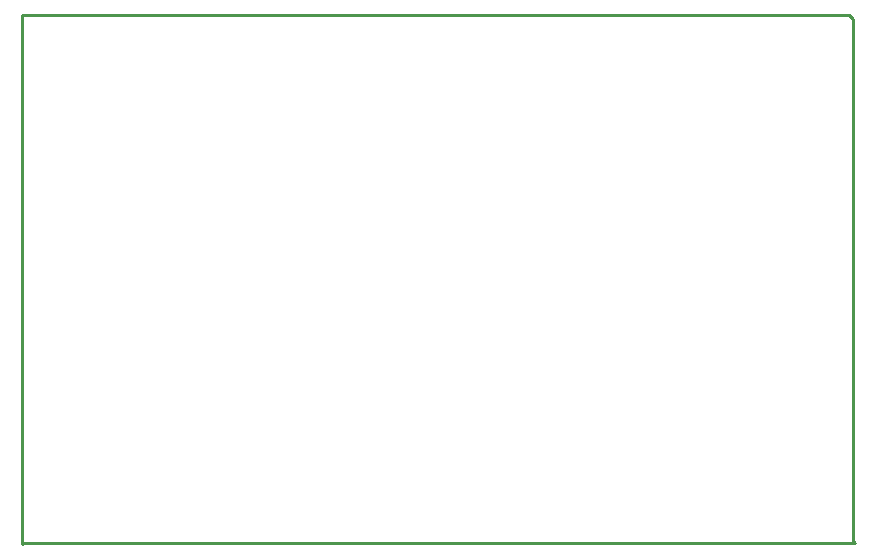
<source format=gm1>
G04*
G04 #@! TF.GenerationSoftware,Altium Limited,Altium Designer,20.0.2 (26)*
G04*
G04 Layer_Color=16711935*
%FSLAX25Y25*%
%MOIN*%
G70*
G01*
G75*
%ADD14C,0.01000*%
D14*
X226000Y134500D02*
X226500Y135000D01*
X503500D01*
X503000Y135500D02*
X503500Y135000D01*
X503000Y135500D02*
Y309500D01*
X501500Y311000D02*
X503000Y309500D01*
X226000Y311000D02*
X501500D01*
X226000Y134500D02*
Y311000D01*
X501500D01*
X503000Y309500D01*
Y135500D02*
Y309500D01*
Y135500D02*
X503500Y135000D01*
X226500D02*
X503500D01*
X226000Y134500D02*
X226500Y135000D01*
X226000Y134500D02*
Y311000D01*
M02*

</source>
